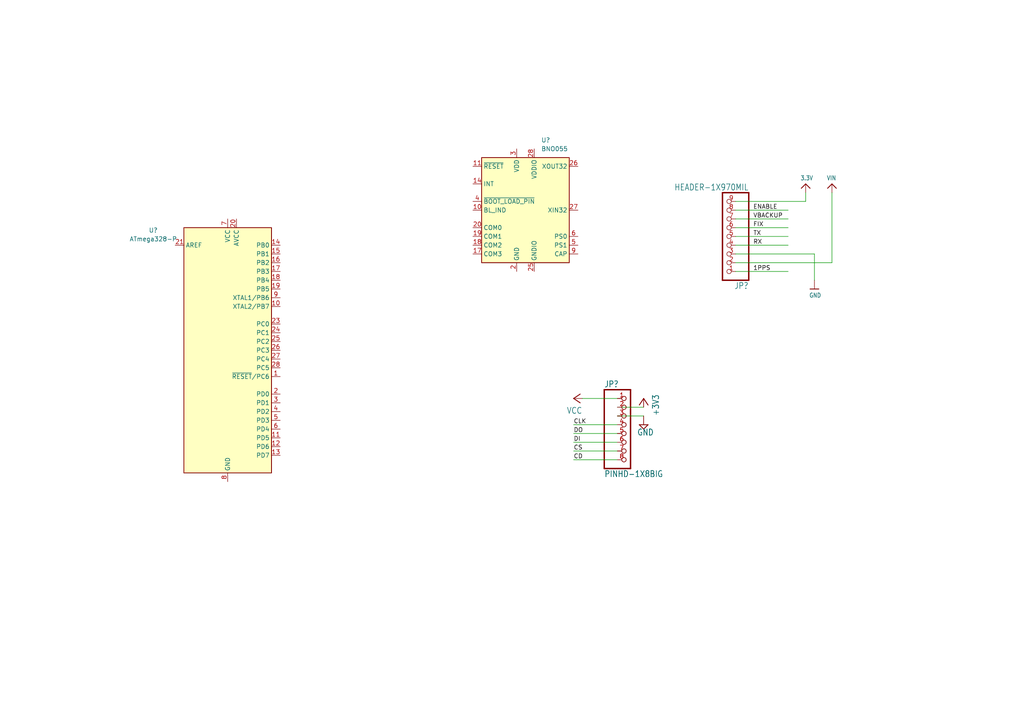
<source format=kicad_sch>
(kicad_sch (version 20211123) (generator eeschema)
  (paper "A4")
  (lib_symbols
    (symbol "Adafruit Ultimate GPS-eagle-import:3.3V" (power)
      (property "Value" "3.3V" (at -1.524 1.016 0))
      (symbol "3.3V_1_0"
        (polyline (pts (xy -1.27 -1.27) (xy 0 0)) (stroke (width 0.254)))
        (polyline (pts (xy 0 0) (xy 1.27 -1.27)) (stroke (width 0.254)))
        (pin power_in line (at 0 -2.54 90) (length 2.54) (name "3.3V") (number "1"))
      )
    )
    (symbol "Adafruit Ultimate GPS-eagle-import:GND" (power)
      (property "Value" "GND" (at -1.524 -2.54 0))
      (symbol "GND_1_0"
        (polyline (pts (xy -1.27 0) (xy 1.27 0)) (stroke (width 0.254)))
        (pin power_in line (at 0 2.54 270) (length 2.54) (name "GND") (number "1"))
      )
    )
    (symbol "Adafruit Ultimate GPS-eagle-import:HEADER-1X970MIL"
      (property "Reference" "JP" (at -6.35 13.335 0))
      (property "Value" "HEADER-1X970MIL" (at -6.35 -15.24 0))
      (symbol "HEADER-1X970MIL_1_0"
        (polyline (pts (xy -6.35 -12.7) (xy 1.27 -12.7)) (stroke (width 0.4064)))
        (polyline (pts (xy -6.35 12.7) (xy -6.35 -12.7)) (stroke (width 0.4064)))
        (polyline (pts (xy 1.27 -12.7) (xy 1.27 12.7)) (stroke (width 0.4064)))
        (polyline (pts (xy 1.27 12.7) (xy -6.35 12.7)) (stroke (width 0.4064)))
        (pin passive inverted (at -2.54 10.16 0) (length 2.54) (name "1") (number "1"))
        (pin passive inverted (at -2.54 7.62 0) (length 2.54) (name "2") (number "2"))
        (pin passive inverted (at -2.54 5.08 0) (length 2.54) (name "3") (number "3"))
        (pin passive inverted (at -2.54 2.54 0) (length 2.54) (name "4") (number "4"))
        (pin passive inverted (at -2.54 0 0) (length 2.54) (name "5") (number "5"))
        (pin passive inverted (at -2.54 -2.54 0) (length 2.54) (name "6") (number "6"))
        (pin passive inverted (at -2.54 -5.08 0) (length 2.54) (name "7") (number "7"))
        (pin passive inverted (at -2.54 -7.62 0) (length 2.54) (name "8") (number "8"))
        (pin passive inverted (at -2.54 -10.16 0) (length 2.54) (name "9") (number "9"))
      )
    )
    (symbol "Adafruit Ultimate GPS-eagle-import:VIN" (power)
      (property "Value" "VIN" (at -1.524 1.016 0))
      (symbol "VIN_1_0"
        (polyline (pts (xy -1.27 -1.27) (xy 0 0)) (stroke (width 0.254)))
        (polyline (pts (xy 0 0) (xy 1.27 -1.27)) (stroke (width 0.254)))
        (pin power_in line (at 0 -2.54 90) (length 2.54) (name "VIN") (number "1"))
      )
    )
    (symbol "MCU_Microchip_ATmega:ATmega328-P"
      (property "Reference" "U" (at -12.7 36.83 0))
      (property "Value" "ATmega328-P" (at 2.54 -36.83 0))
      (symbol "ATmega328-P_0_1"
        (rectangle (start -12.7 -35.56) (end 12.7 35.56) (stroke (width 0.254)) (fill (type background)))
      )
      (symbol "ATmega328-P_1_1"
        (pin bidirectional line (at 15.24 -7.62 180) (length 2.54) (name "~{RESET}/PC6") (number "1"))
        (pin bidirectional line (at 15.24 12.7 180) (length 2.54) (name "XTAL2/PB7") (number "10"))
        (pin bidirectional line (at 15.24 -25.4 180) (length 2.54) (name "PD5") (number "11"))
        (pin bidirectional line (at 15.24 -27.94 180) (length 2.54) (name "PD6") (number "12"))
        (pin bidirectional line (at 15.24 -30.48 180) (length 2.54) (name "PD7") (number "13"))
        (pin bidirectional line (at 15.24 30.48 180) (length 2.54) (name "PB0") (number "14"))
        (pin bidirectional line (at 15.24 27.94 180) (length 2.54) (name "PB1") (number "15"))
        (pin bidirectional line (at 15.24 25.4 180) (length 2.54) (name "PB2") (number "16"))
        (pin bidirectional line (at 15.24 22.86 180) (length 2.54) (name "PB3") (number "17"))
        (pin bidirectional line (at 15.24 20.32 180) (length 2.54) (name "PB4") (number "18"))
        (pin bidirectional line (at 15.24 17.78 180) (length 2.54) (name "PB5") (number "19"))
        (pin bidirectional line (at 15.24 -12.7 180) (length 2.54) (name "PD0") (number "2"))
        (pin power_in line (at 2.54 38.1 270) (length 2.54) (name "AVCC") (number "20"))
        (pin passive line (at -15.24 30.48 0) (length 2.54) (name "AREF") (number "21"))
        (pin passive line (at 0 -38.1 90) (length 2.54) hide (name "GND") (number "22"))
        (pin bidirectional line (at 15.24 7.62 180) (length 2.54) (name "PC0") (number "23"))
        (pin bidirectional line (at 15.24 5.08 180) (length 2.54) (name "PC1") (number "24"))
        (pin bidirectional line (at 15.24 2.54 180) (length 2.54) (name "PC2") (number "25"))
        (pin bidirectional line (at 15.24 0 180) (length 2.54) (name "PC3") (number "26"))
        (pin bidirectional line (at 15.24 -2.54 180) (length 2.54) (name "PC4") (number "27"))
        (pin bidirectional line (at 15.24 -5.08 180) (length 2.54) (name "PC5") (number "28"))
        (pin bidirectional line (at 15.24 -15.24 180) (length 2.54) (name "PD1") (number "3"))
        (pin bidirectional line (at 15.24 -17.78 180) (length 2.54) (name "PD2") (number "4"))
        (pin bidirectional line (at 15.24 -20.32 180) (length 2.54) (name "PD3") (number "5"))
        (pin bidirectional line (at 15.24 -22.86 180) (length 2.54) (name "PD4") (number "6"))
        (pin power_in line (at 0 38.1 270) (length 2.54) (name "VCC") (number "7"))
        (pin power_in line (at 0 -38.1 90) (length 2.54) (name "GND") (number "8"))
        (pin bidirectional line (at 15.24 15.24 180) (length 2.54) (name "XTAL1/PB6") (number "9"))
      )
    )
    (symbol "Sensor_Motion:BNO055"
      (property "Reference" "U" (at -11.43 16.51 0))
      (property "Value" "BNO055" (at 12.7 16.51 0))
      (symbol "BNO055_0_1"
        (rectangle (start -12.7 15.24) (end 12.7 -15.24) (stroke (width 0.254)) (fill (type background)))
      )
      (symbol "BNO055_1_1"
        (pin no_connect line (at -12.7 10.16 0) (length 2.54) hide (name "PIN1") (number "1"))
        (pin output line (at -15.24 0 0) (length 2.54) (name "BL_IND") (number "10"))
        (pin input line (at -15.24 12.7 0) (length 2.54) (name "~{RESET}") (number "11"))
        (pin no_connect line (at 12.7 10.16 180) (length 2.54) hide (name "PIN12") (number "12"))
        (pin no_connect line (at 12.7 7.62 180) (length 2.54) hide (name "PIN13") (number "13"))
        (pin output line (at -15.24 7.62 0) (length 2.54) (name "INT") (number "14"))
        (pin passive line (at 2.54 -17.78 90) (length 2.54) hide (name "GNDIO") (number "15"))
        (pin passive line (at 2.54 -17.78 90) (length 2.54) hide (name "GNDIO") (number "16"))
        (pin input line (at -15.24 -12.7 0) (length 2.54) (name "COM3") (number "17"))
        (pin bidirectional line (at -15.24 -10.16 0) (length 2.54) (name "COM2") (number "18"))
        (pin bidirectional line (at -15.24 -7.62 0) (length 2.54) (name "COM1") (number "19"))
        (pin power_in line (at -2.54 -17.78 90) (length 2.54) (name "GND") (number "2"))
        (pin bidirectional line (at -15.24 -5.08 0) (length 2.54) (name "COM0") (number "20"))
        (pin no_connect line (at 12.7 5.08 180) (length 2.54) hide (name "PIN21") (number "21"))
        (pin no_connect line (at 12.7 2.54 180) (length 2.54) hide (name "PIN22") (number "22"))
        (pin no_connect line (at 12.7 -2.54 180) (length 2.54) hide (name "PIN23") (number "23"))
        (pin no_connect line (at 12.7 -5.08 180) (length 2.54) hide (name "PIN24") (number "24"))
        (pin power_in line (at 2.54 -17.78 90) (length 2.54) (name "GNDIO") (number "25"))
        (pin output line (at 15.24 12.7 180) (length 2.54) (name "XOUT32") (number "26"))
        (pin input line (at 15.24 0 180) (length 2.54) (name "XIN32") (number "27"))
        (pin power_in line (at 2.54 17.78 270) (length 2.54) (name "VDDIO") (number "28"))
        (pin power_in line (at -2.54 17.78 270) (length 2.54) (name "VDD") (number "3"))
        (pin input line (at -15.24 2.54 0) (length 2.54) (name "~{BOOT_LOAD_PIN}") (number "4"))
        (pin input line (at 15.24 -10.16 180) (length 2.54) (name "PS1") (number "5"))
        (pin input line (at 15.24 -7.62 180) (length 2.54) (name "PS0") (number "6"))
        (pin no_connect line (at -12.7 5.08 0) (length 2.54) hide (name "PIN7") (number "7"))
        (pin no_connect line (at -12.7 -2.54 0) (length 2.54) hide (name "PIN8") (number "8"))
        (pin passive line (at 15.24 -12.7 180) (length 2.54) (name "CAP") (number "9"))
      )
    )
    (symbol "microsd-eagle-import:+3V3" (power)
      (property "Value" "+3V3" (at -2.54 -5.08 90))
      (symbol "+3V3_1_0"
        (polyline (pts (xy 0 0) (xy -1.27 -1.905)) (stroke (width 0.254)))
        (polyline (pts (xy 1.27 -1.905) (xy 0 0)) (stroke (width 0.254)))
        (pin power_in line (at 0 -2.54 90) (length 2.54) (name "+3V3") (number "1"))
      )
    )
    (symbol "microsd-eagle-import:GND" (power)
      (property "Value" "GND" (at -1.905 -3.175 0))
      (symbol "GND_1_0"
        (polyline (pts (xy -1.27 0) (xy 1.27 0)) (stroke (width 0.254)))
        (polyline (pts (xy 0 -1.27) (xy -1.27 0)) (stroke (width 0.254)))
        (polyline (pts (xy 1.27 0) (xy 0 -1.27)) (stroke (width 0.254)))
        (pin power_in line (at 0 2.54 270) (length 2.54) (name "GND") (number "1"))
      )
    )
    (symbol "microsd-eagle-import:PINHD-1X8BIG"
      (property "Reference" "JP" (at -6.35 10.795 0))
      (property "Value" "PINHD-1X8BIG" (at -6.35 -15.24 0))
      (symbol "PINHD-1X8BIG_1_0"
        (polyline (pts (xy -6.35 -12.7) (xy 1.27 -12.7)) (stroke (width 0.4064)))
        (polyline (pts (xy -6.35 10.16) (xy -6.35 -12.7)) (stroke (width 0.4064)))
        (polyline (pts (xy 1.27 -12.7) (xy 1.27 10.16)) (stroke (width 0.4064)))
        (polyline (pts (xy 1.27 10.16) (xy -6.35 10.16)) (stroke (width 0.4064)))
        (pin passive inverted (at -2.54 7.62 0) (length 2.54) (name "1") (number "1"))
        (pin passive inverted (at -2.54 5.08 0) (length 2.54) (name "2") (number "2"))
        (pin passive inverted (at -2.54 2.54 0) (length 2.54) (name "3") (number "3"))
        (pin passive inverted (at -2.54 0 0) (length 2.54) (name "4") (number "4"))
        (pin passive inverted (at -2.54 -2.54 0) (length 2.54) (name "5") (number "5"))
        (pin passive inverted (at -2.54 -5.08 0) (length 2.54) (name "6") (number "6"))
        (pin passive inverted (at -2.54 -7.62 0) (length 2.54) (name "7") (number "7"))
        (pin passive inverted (at -2.54 -10.16 0) (length 2.54) (name "8") (number "8"))
      )
    )
    (symbol "microsd-eagle-import:VCC" (power)
      (property "Value" "VCC" (at -2.54 -2.54 90))
      (symbol "VCC_1_0"
        (polyline (pts (xy 0 0) (xy -1.27 -1.905)) (stroke (width 0.254)))
        (polyline (pts (xy 1.27 -1.905) (xy 0 0)) (stroke (width 0.254)))
        (pin power_in line (at 0 -2.54 90) (length 2.54) (name "VCC") (number "1"))
      )
    )
  )
  (wire (pts (xy 213.36 63.5) (xy 228.6 63.5)))
  (wire (pts (xy 213.36 68.58) (xy 228.6 68.58)))
  (wire (pts (xy 186.69 118.11) (xy 179.07 118.11)))
  (wire (pts (xy 168.91 115.57) (xy 179.07 115.57)))
  (wire (pts (xy 179.07 130.81) (xy 166.37 130.81)))
  (wire (pts (xy 213.36 66.04) (xy 228.6 66.04)))
  (wire (pts (xy 213.36 76.2) (xy 241.3 76.2)))
  (wire (pts (xy 213.36 60.96) (xy 228.6 60.96)))
  (wire (pts (xy 213.36 73.66) (xy 236.22 73.66)))
  (wire (pts (xy 236.22 73.66) (xy 236.22 81.28)))
  (wire (pts (xy 241.3 76.2) (xy 241.3 55.88)))
  (wire (pts (xy 213.36 78.74) (xy 228.6 78.74)))
  (wire (pts (xy 179.07 125.73) (xy 166.37 125.73)))
  (wire (pts (xy 233.68 58.42) (xy 233.68 55.88)))
  (wire (pts (xy 213.36 71.12) (xy 228.6 71.12)))
  (wire (pts (xy 186.69 120.65) (xy 179.07 120.65)))
  (wire (pts (xy 179.07 133.35) (xy 166.37 133.35)))
  (wire (pts (xy 213.36 58.42) (xy 233.68 58.42)))
  (wire (pts (xy 179.07 123.19) (xy 166.37 123.19)))
  (wire (pts (xy 179.07 128.27) (xy 166.37 128.27)))
  (label "DI" (at 166.37 128.27 0) (effects (font (size 1.2446 1.2446))))
  (label "1PPS" (at 218.44 78.74 0) (effects (font (size 1.2446 1.2446))))
  (label "TX" (at 218.44 68.58 0) (effects (font (size 1.2446 1.2446))))
  (label "VBACKUP" (at 218.44 63.5 0) (effects (font (size 1.2446 1.2446))))
  (label "ENABLE" (at 218.44 60.96 0) (effects (font (size 1.2446 1.2446))))
  (label "CD" (at 166.37 133.35 0) (effects (font (size 1.2446 1.2446))))
  (label "DO" (at 166.37 125.73 0) (effects (font (size 1.2446 1.2446))))
  (label "CS" (at 166.37 130.81 0) (effects (font (size 1.2446 1.2446))))
  (label "CLK" (at 166.37 123.19 0) (effects (font (size 1.2446 1.2446))))
  (label "RX" (at 218.44 71.12 0) (effects (font (size 1.2446 1.2446))))
  (label "FIX" (at 218.44 66.04 0) (effects (font (size 1.2446 1.2446))))
  (symbol (lib_id "microsd-eagle-import:PINHD-1X8BIG") (at 181.61 123.19 0) (unit 1)
    (property "Reference" "JP?" (at 175.26 112.395 0) (effects (font (size 1.778 1.5113)) (justify left bottom)))
    (property "Value" "PINHD-1X8BIG" (at 175.26 138.43 0) (effects (font (size 1.778 1.5113)) (justify left bottom)))
    (property "Footprint" "microsd:1X08-BIG" (effects hide))
  )
  (symbol (lib_id "MCU_Microchip_ATmega:ATmega328-P") (at 66.04 101.6 0) (unit 1)
    (property "Reference" "U?" (at 44.45 66.7893 0))
    (property "Value" "ATmega328-P" (at 44.45 69.3293 0))
    (property "Footprint" "Package_DIP:DIP-28_W7.62mm" (effects hide))
    (property "Datasheet" "http://ww1.microchip.com/downloads/en/DeviceDoc/ATmega328_P%20AVR%20MCU%20with%20picoPower%20Technology%20Data%20Sheet%2040001984A.pdf" (effects hide))
  )
  (symbol (lib_id "Sensor_Motion:BNO055") (at 152.4 60.96 0) (unit 1)
    (property "Reference" "U?" (at 156.9594 40.64 0) (effects (justify left)))
    (property "Value" "BNO055" (at 156.9594 43.18 0) (effects (justify left)))
    (property "Footprint" "Package_LGA:LGA-28_5.2x3.8mm_P0.5mm" (effects hide))
    (property "Datasheet" "https://ae-bst.resource.bosch.com/media/_tech/media/datasheets/BST_BNO055_DS000_14.pdf" (effects hide))
  )
  (symbol (lib_id "Adafruit Ultimate GPS-eagle-import:GND") (at 236.22 83.82 0) (unit 1)
    (property "Reference" "#U$?" (effects hide))
    (property "Value" "GND" (at 234.696 86.36 0) (effects (font (size 1.27 1.0795)) (justify left bottom)))
    (property "Footprint" "Adafruit Ultimate GPS:" (effects hide))
  )
  (symbol (lib_id "microsd-eagle-import:GND") (at 186.69 123.19 0) (unit 1)
    (property "Reference" "#SUPPLY?" (effects hide))
    (property "Value" "GND" (at 184.785 126.365 0) (effects (font (size 1.778 1.5113)) (justify left bottom)))
    (property "Footprint" "microsd:" (effects hide))
  )
  (symbol (lib_id "microsd-eagle-import:VCC") (at 166.37 115.57 90) (unit 1)
    (property "Reference" "#P+?" (effects hide))
    (property "Value" "VCC" (at 168.91 118.11 90) (effects (font (size 1.778 1.5113)) (justify left bottom)))
    (property "Footprint" "microsd:" (effects hide))
  )
  (symbol (lib_id "Adafruit Ultimate GPS-eagle-import:VIN") (at 241.3 53.34 0) (unit 1)
    (property "Reference" "#U$?" (effects hide))
    (property "Value" "VIN" (at 239.776 52.324 0) (effects (font (size 1.27 1.0795)) (justify left bottom)))
    (property "Footprint" "Adafruit Ultimate GPS:" (effects hide))
  )
  (symbol (lib_id "Adafruit Ultimate GPS-eagle-import:HEADER-1X970MIL") (at 210.82 68.58 180) (unit 1)
    (property "Reference" "JP?" (at 217.17 81.915 0) (effects (font (size 1.778 1.5113)) (justify left bottom)))
    (property "Value" "HEADER-1X970MIL" (at 217.17 53.34 0) (effects (font (size 1.778 1.5113)) (justify left bottom)))
    (property "Footprint" "Adafruit Ultimate GPS:1X09_ROUND_70" (effects hide))
  )
  (symbol (lib_id "Adafruit Ultimate GPS-eagle-import:3.3V") (at 233.68 53.34 0) (unit 1)
    (property "Reference" "#U$?" (effects hide))
    (property "Value" "3.3V" (at 232.156 52.324 0) (effects (font (size 1.27 1.0795)) (justify left bottom)))
    (property "Footprint" "Adafruit Ultimate GPS:" (effects hide))
  )
  (symbol (lib_id "microsd-eagle-import:+3V3") (at 186.69 115.57 0) (mirror y) (unit 1)
    (property "Reference" "#+3V?" (effects hide))
    (property "Value" "+3V3" (at 189.23 120.65 90) (effects (font (size 1.778 1.5113)) (justify left bottom)))
    (property "Footprint" "microsd:" (effects hide))
  )
)
</source>
